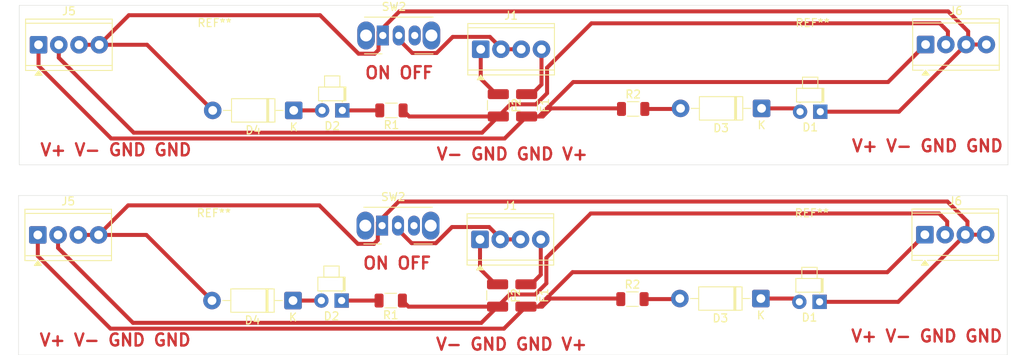
<source format=kicad_pcb>
(kicad_pcb (version 20241229) (generator "pcbnew") (generator_version "9.0")
  (layers (0 "F.Cu" signal) (2 "B.Cu" signal) (13 "F.Paste" user) (15 "B.Paste" user) (5 "F.SilkS" user "F.Silkscreen") (7 "B.SilkS" user "B.Silkscreen") (1 "F.Mask" user) (3 "B.Mask" user) (25 "Edge.Cuts" user))
  (net 0 "")
  (net 1 "-BATT")
  (net 2 "+BATT")
  (net 3 "GND")
  (net 4 "Net-(J1-Pin_4)")
  (net 5 "Net-(D1-A)")
  (net 6 "Net-(D2-A)")
  (net 7 "Net-(D2-K)")
  (net 8 "Net-(J1-Pin_1)")
  (net 9 "Net-(J1-Pin_2)")
  (net 10 "Net-(D3-A)")
  (footprint "TerminalBlock_Phoenix:TerminalBlock_Phoenix_MPT-0,5-4-2.54_1x04_P2.54mm_Horizontal" (layer "F.Cu") (at 201.761 121.5615)
    (property "Reference" "J6" (at 3.81 -4.22 0) (layer "F.SilkS"))
    (property "Value" "Screw_Terminal_01x04")
    (fp_line (start -1.62 -3.22) (end 9.24 -3.22) (stroke (width 0.12)) (layer "F.SilkS"))
    (fp_line (start -1.62 -2.7) (end 9.24 -2.7) (stroke (width 0.12)) (layer "F.SilkS"))
    (fp_line (start -1.62 2.6) (end 9.24 2.6) (stroke (width 0.12)) (layer "F.SilkS"))
    (fp_line (start -1.62 3.22) (end -1.62 -3.22) (stroke (width 0.12)) (layer "F.SilkS"))
    (fp_line (start -0.3 3.22) (end -1.62 3.22) (stroke (width 0.12)) (layer "F.SilkS"))
    (fp_line (start 9.24 -3.22) (end 9.24 3.22) (stroke (width 0.12)) (layer "F.SilkS"))
    (fp_line (start 9.24 3.22) (end 0.3 3.22) (stroke (width 0.12)) (layer "F.SilkS"))
    (fp_poly (pts (xy 0 3.22) (xy 0.44 3.83) (xy -0.44 3.83)) (stroke (width 0.12)) (fill yes) (layer "F.SilkS"))
    (pad "1" thru_hole roundrect (at 0 0) (size 2.2 2.2) (drill 1.1) (layers "*.Cu" "*.Mask") (roundrect_rratio 0.113636) (net 2 "+BATT"))
    (pad "2" thru_hole circle (at 2.54 0) (size 2.2 2.2) (drill 1.1) (layers "*.Cu" "*.Mask") (net 1 "-BATT"))
    (pad "3" thru_hole circle (at 5.08 0) (size 2.2 2.2) (drill 1.1) (layers "*.Cu" "*.Mask") (net 3 "GND"))
    (pad "4" thru_hole circle (at 7.62 0) (size 2.2 2.2) (drill 1.1) (layers "*.Cu" "*.Mask") (net 3 "GND"))
  )
  (footprint "LED_THT:LED_D1.8mm_W1.8mm_H2.4mm_Horizontal_O1.27mm_Z1.6mm" (layer "F.Cu") (at 128.614 129.822 180)
    (property "Reference" "D2" (at 1.27 -1.96 0) (layer "F.SilkS"))
    (property "Value" "LED")
    (fp_line (start 2.98 2.93) (end 2.98 1.21) (stroke (width 0.12)) (layer "F.SilkS"))
    (fp_line (start 2.98 1.21) (end -0.44 1.21) (stroke (width 0.12)) (layer "F.SilkS"))
    (fp_line (start 2.54 1.21) (end 2.54 1.08) (stroke (width 0.12)) (layer "F.SilkS"))
    (fp_line (start 2.54 1.08) (end 2.54 1.21) (stroke (width 0.12)) (layer "F.SilkS"))
    (fp_line (start 2.23 4.33) (end 2.23 2.93) (stroke (width 0.12)) (layer "F.SilkS"))
    (fp_line (start 2.23 2.93) (end 0.31 2.93) (stroke (width 0.12)) (layer "F.SilkS"))
    (fp_line (start 0.31 4.33) (end 2.23 4.33) (stroke (width 0.12)) (layer "F.SilkS"))
    (fp_line (start 0.31 2.93) (end 0.31 4.33) (stroke (width 0.12)) (layer "F.SilkS"))
    (fp_line (start 0 1.21) (end 0 1.08) (stroke (width 0.12)) (layer "F.SilkS"))
    (fp_line (start 0 1.08) (end 0 1.21) (stroke (width 0.12)) (layer "F.SilkS"))
    (fp_line (start -0.2 1.21) (end -0.2 2.93) (stroke (width 0.12)) (layer "F.SilkS"))
    (fp_line (start -0.32 1.21) (end -0.32 2.93) (stroke (width 0.12)) (layer "F.SilkS"))
    (fp_line (start -0.44 2.93) (end 2.98 2.93) (stroke (width 0.12)) (layer "F.SilkS"))
    (fp_line (start -0.44 1.21) (end -0.44 2.93) (stroke (width 0.12)) (layer "F.SilkS"))
    (pad "1" thru_hole rect (at 0 0 180) (size 1.8 1.8) (drill 0.9) (layers "*.Cu" "*.Mask") (net 7 "Net-(D2-K)"))
    (pad "2" thru_hole circle (at 2.54 0 180) (size 1.8 1.8) (drill 0.9) (layers "*.Cu" "*.Mask") (net 6 "Net-(D2-A)"))
  )
  (footprint "TerminalBlock_Phoenix:TerminalBlock_Phoenix_MPT-0,5-4-2.54_1x04_P2.54mm_Horizontal" (layer "F.Cu") (at 90.424 145.4404)
    (property "Reference" "J5" (at 3.81 -4.22 0) (layer "F.SilkS"))
    (property "Value" "Screw_Terminal_01x04")
    (fp_line (start -1.62 -3.22) (end 9.24 -3.22) (stroke (width 0.12)) (layer "F.SilkS"))
    (fp_line (start -1.62 -2.7) (end 9.24 -2.7) (stroke (width 0.12)) (layer "F.SilkS"))
    (fp_line (start -1.62 2.6) (end 9.24 2.6) (stroke (width 0.12)) (layer "F.SilkS"))
    (fp_line (start -1.62 3.22) (end -1.62 -3.22) (stroke (width 0.12)) (layer "F.SilkS"))
    (fp_line (start -0.3 3.22) (end -1.62 3.22) (stroke (width 0.12)) (layer "F.SilkS"))
    (fp_line (start 9.24 -3.22) (end 9.24 3.22) (stroke (width 0.12)) (layer "F.SilkS"))
    (fp_line (start 9.24 3.22) (end 0.3 3.22) (stroke (width 0.12)) (layer "F.SilkS"))
    (fp_poly (pts (xy 0 3.22) (xy 0.44 3.83) (xy -0.44 3.83)) (stroke (width 0.12)) (fill yes) (layer "F.SilkS"))
    (pad "1" thru_hole roundrect (at 0 0) (size 2.2 2.2) (drill 1.1) (layers "*.Cu" "*.Mask") (roundrect_rratio 0.113636) (net 2 "+BATT"))
    (pad "2" thru_hole circle (at 2.54 0) (size 2.2 2.2) (drill 1.1) (layers "*.Cu" "*.Mask") (net 1 "-BATT"))
    (pad "3" thru_hole circle (at 5.08 0) (size 2.2 2.2) (drill 1.1) (layers "*.Cu" "*.Mask") (net 3 "GND"))
    (pad "4" thru_hole circle (at 7.62 0) (size 2.2 2.2) (drill 1.1) (layers "*.Cu" "*.Mask") (net 3 "GND"))
  )
  (footprint "MountingHole:MountingHole_2.7mm_M2.5_DIN965" (layer "F.Cu") (at 187.5 146)
    (property "Reference" "REF**" (at 0 -3.3 0) (layer "F.SilkS"))
    (property "Value" "MountingHole_2.7mm_M2.5_DIN965")
    (pad "" np_thru_hole circle (at 0 0) (size 2.7 2.7) (drill 2.7) (layers "*.Cu" "*.Mask"))
  )
  (footprint "Fuse:Fuse_1210_3225Metric" (layer "F.Cu") (at 148.082 153.032 -90)
    (property "Reference" "F2" (at 0 -2.28 90) (layer "F.SilkS"))
    (property "Value" "Fuse")
    (fp_line (start -0.602064 1.36) (end 0.602064 1.36) (stroke (width 0.12)) (layer "F.SilkS"))
    (fp_line (start -0.602064 -1.36) (end 0.602064 -1.36) (stroke (width 0.12)) (layer "F.SilkS"))
    (pad "1" smd roundrect (at -1.4 0 270) (size 1.25 2.65) (layers "F.Cu" "F.Mask" "F.Paste") (roundrect_rratio 0.2) (net 8 "Net-(J1-Pin_1)"))
    (pad "2" smd roundrect (at 1.4 0 270) (size 1.25 2.65) (layers "F.Cu" "F.Mask" "F.Paste") (roundrect_rratio 0.2) (net 1 "-BATT"))
  )
  (footprint "LED_THT:LED_D1.8mm_W1.8mm_H2.4mm_Horizontal_O1.27mm_Z1.6mm" (layer "F.Cu") (at 188.468 153.831 180)
    (property "Reference" "D1" (at 1.27 -1.96 0) (layer "F.SilkS"))
    (property "Value" "LED")
    (fp_line (start 2.98 2.93) (end 2.98 1.21) (stroke (width 0.12)) (layer "F.SilkS"))
    (fp_line (start 2.98 1.21) (end -0.44 1.21) (stroke (width 0.12)) (layer "F.SilkS"))
    (fp_line (start 2.54 1.21) (end 2.54 1.08) (stroke (width 0.12)) (layer "F.SilkS"))
    (fp_line (start 2.54 1.08) (end 2.54 1.21) (stroke (width 0.12)) (layer "F.SilkS"))
    (fp_line (start 2.23 4.33) (end 2.23 2.93) (stroke (width 0.12)) (layer "F.SilkS"))
    (fp_line (start 2.23 2.93) (end 0.31 2.93) (stroke (width 0.12)) (layer "F.SilkS"))
    (fp_line (start 0.31 4.33) (end 2.23 4.33) (stroke (width 0.12)) (layer "F.SilkS"))
    (fp_line (start 0.31 2.93) (end 0.31 4.33) (stroke (width 0.12)) (layer "F.SilkS"))
    (fp_line (start 0 1.21) (end 0 1.08) (stroke (width 0.12)) (layer "F.SilkS"))
    (fp_line (start 0 1.08) (end 0 1.21) (stroke (width 0.12)) (layer "F.SilkS"))
    (fp_line (start -0.2 1.21) (end -0.2 2.93) (stroke (width 0.12)) (layer "F.SilkS"))
    (fp_line (start -0.32 1.21) (end -0.32 2.93) (stroke (width 0.12)) (layer "F.SilkS"))
    (fp_line (start -0.44 2.93) (end 2.98 2.93) (stroke (width 0.12)) (layer "F.SilkS"))
    (fp_line (start -0.44 1.21) (end -0.44 2.93) (stroke (width 0.12)) (layer "F.SilkS"))
    (pad "1" thru_hole rect (at 0 0 180) (size 1.8 1.8) (drill 0.9) (layers "*.Cu" "*.Mask") (net 3 "GND"))
    (pad "2" thru_hole circle (at 2.54 0 180) (size 1.8 1.8) (drill 0.9) (layers "*.Cu" "*.Mask") (net 5 "Net-(D1-A)"))
  )
  (footprint "Resistor_SMD:R_1206_3216Metric" (layer "F.Cu") (at 165.085901 129.639427)
    (property "Reference" "R2" (at 0 -1.83 0) (layer "F.SilkS"))
    (property "Value" "1k")
    (fp_line (start -0.727064 -0.91) (end 0.727064 -0.91) (stroke (width 0.12)) (layer "F.SilkS"))
    (fp_line (start -0.727064 0.91) (end 0.727064 0.91) (stroke (width 0.12)) (layer "F.SilkS"))
    (pad "1" smd roundrect (at -1.4625 0) (size 1.125 1.75) (layers "F.Cu" "F.Mask" "F.Paste") (roundrect_rratio 0.222222) (net 2 "+BATT"))
    (pad "2" smd roundrect (at 1.4625 0) (size 1.125 1.75) (layers "F.Cu" "F.Mask" "F.Paste") (roundrect_rratio 0.222222) (net 10 "Net-(D3-A)"))
  )
  (footprint "Resistor_SMD:R_1206_3216Metric" (layer "F.Cu") (at 164.995901 153.487427)
    (property "Reference" "R2" (at 0 -1.83 0) (layer "F.SilkS"))
    (property "Value" "1k")
    (fp_line (start -0.727064 -0.91) (end 0.727064 -0.91) (stroke (width 0.12)) (layer "F.SilkS"))
    (fp_line (start -0.727064 0.91) (end 0.727064 0.91) (stroke (width 0.12)) (layer "F.SilkS"))
    (pad "1" smd roundrect (at -1.4625 0) (size 1.125 1.75) (layers "F.Cu" "F.Mask" "F.Paste") (roundrect_rratio 0.222222) (net 2 "+BATT"))
    (pad "2" smd roundrect (at 1.4625 0) (size 1.125 1.75) (layers "F.Cu" "F.Mask" "F.Paste") (roundrect_rratio 0.222222) (net 10 "Net-(D3-A)"))
  )
  (footprint "Resistor_SMD:R_1206_3216Metric" (layer "F.Cu") (at 134.6815 153.67 180)
    (property "Reference" "R1" (at 0 -1.83 0) (layer "F.SilkS"))
    (property "Value" "1k")
    (fp_line (start -0.727064 0.91) (end 0.727064 0.91) (stroke (width 0.12)) (layer "F.SilkS"))
    (fp_line (start -0.727064 -0.91) (end 0.727064 -0.91) (stroke (width 0.12)) (layer "F.SilkS"))
    (pad "1" smd roundrect (at -1.4625 0 180) (size 1.125 1.75) (layers "F.Cu" "F.Mask" "F.Paste") (roundrect_rratio 0.222222) (net 1 "-BATT"))
    (pad "2" smd roundrect (at 1.4625 0 180) (size 1.125 1.75) (layers "F.Cu" "F.Mask" "F.Paste") (roundrect_rratio 0.222222) (net 7 "Net-(D2-K)"))
  )
  (footprint "Diode_THT:D_DO-41_SOD81_P10.16mm_Horizontal" (layer "F.Cu") (at 181.192 129.568 180)
    (property "Reference" "D3" (at 5.08 -2.47 0) (layer "F.SilkS"))
    (property "Value" "1N4001")
    (fp_line (start 8.82 0) (end 7.8 0) (stroke (width 0.12)) (layer "F.SilkS"))
    (fp_line (start 3.38 -1.47) (end 3.38 1.47) (stroke (width 0.12)) (layer "F.SilkS"))
    (fp_line (start 3.26 -1.47) (end 3.26 1.47) (stroke (width 0.12)) (layer "F.SilkS"))
    (fp_line (start 3.14 -1.47) (end 3.14 1.47) (stroke (width 0.12)) (layer "F.SilkS"))
    (fp_line (start 1.34 0) (end 2.36 0) (stroke (width 0.12)) (layer "F.SilkS"))
    (fp_rect (start 2.36 -1.47) (end 7.8 1.47) (stroke (width 0.12)) (fill no) (layer "F.SilkS"))
    (fp_text user "K" (at 0 -2.1 0) (layer "F.SilkS"))
    (pad "1" thru_hole roundrect (at 0 0 180) (size 2.2 2.2) (drill 1.1) (layers "*.Cu" "*.Mask") (roundrect_rratio 0.113636) (net 5 "Net-(D1-A)"))
    (pad "2" thru_hole circle (at 10.16 0 180) (size 2.2 2.2) (drill 1.1) (layers "*.Cu" "*.Mask") (net 10 "Net-(D3-A)"))
  )
  (footprint "Fuse:Fuse_1210_3225Metric" (layer "F.Cu") (at 151.728 129.184 -90)
    (property "Reference" "F1" (at 0 -2.28 90) (layer "F.SilkS"))
    (property "Value" "Fuse")
    (fp_line (start -0.602064 1.36) (end 0.602064 1.36) (stroke (width 0.12)) (layer "F.SilkS"))
    (fp_line (start -0.602064 -1.36) (end 0.602064 -1.36) (stroke (width 0.12)) (layer "F.SilkS"))
    (pad "1" smd roundrect (at -1.4 0 270) (size 1.25 2.65) (layers "F.Cu" "F.Mask" "F.Paste") (roundrect_rratio 0.2) (net 4 "Net-(J1-Pin_4)"))
    (pad "2" smd roundrect (at 1.4 0 270) (size 1.25 2.65) (layers "F.Cu" "F.Mask" "F.Paste") (roundrect_rratio 0.2) (net 2 "+BATT"))
  )
  (footprint "TerminalBlock_Phoenix:TerminalBlock_Phoenix_MPT-0,5-4-2.54_1x04_P2.54mm_Horizontal" (layer "F.Cu") (at 201.671 145.4095)
    (property "Reference" "J6" (at 3.81 -4.22 0) (layer "F.SilkS"))
    (property "Value" "Screw_Terminal_01x04")
    (fp_line (start -1.62 -3.22) (end 9.24 -3.22) (stroke (width 0.12)) (layer "F.SilkS"))
    (fp_line (start -1.62 -2.7) (end 9.24 -2.7) (stroke (width 0.12)) (layer "F.SilkS"))
    (fp_line (start -1.62 2.6) (end 9.24 2.6) (stroke (width 0.12)) (layer "F.SilkS"))
    (fp_line (start -1.62 3.22) (end -1.62 -3.22) (stroke (width 0.12)) (layer "F.SilkS"))
    (fp_line (start -0.3 3.22) (end -1.62 3.22) (stroke (width 0.12)) (layer "F.SilkS"))
    (fp_line (start 9.24 -3.22) (end 9.24 3.22) (stroke (width 0.12)) (layer "F.SilkS"))
    (fp_line (start 9.24 3.22) (end 0.3 3.22) (stroke (width 0.12)) (layer "F.SilkS"))
    (fp_poly (pts (xy 0 3.22) (xy 0.44 3.83) (xy -0.44 3.83)) (stroke (width 0.12)) (fill yes) (layer "F.SilkS"))
    (pad "1" thru_hole roundrect (at 0 0) (size 2.2 2.2) (drill 1.1) (layers "*.Cu" "*.Mask") (roundrect_rratio 0.113636) (net 2 "+BATT"))
    (pad "2" thru_hole circle (at 2.54 0) (size 2.2 2.2) (drill 1.1) (layers "*.Cu" "*.Mask") (net 1 "-BATT"))
    (pad "3" thru_hole circle (at 5.08 0) (size 2.2 2.2) (drill 1.1) (layers "*.Cu" "*.Mask") (net 3 "GND"))
    (pad "4" thru_hole circle (at 7.62 0) (size 2.2 2.2) (drill 1.1) (layers "*.Cu" "*.Mask") (net 3 "GND"))
  )
  (footprint "MountingHole:MountingHole_2.7mm_M2.5_DIN965" (layer "F.Cu") (at 187.59 122.152)
    (property "Reference" "REF**" (at 0 -3.3 0) (layer "F.SilkS"))
    (property "Value" "MountingHole_2.7mm_M2.5_DIN965")
    (pad "" np_thru_hole circle (at 0 0) (size 2.7 2.7) (drill 2.7) (layers "*.Cu" "*.Mask"))
  )
  (footprint "Diode_THT:D_DO-41_SOD81_P10.16mm_Horizontal" (layer "F.Cu") (at 181.102 153.416 180)
    (property "Reference" "D3" (at 5.08 -2.47 0) (layer "F.SilkS"))
    (property "Value" "1N4001")
    (fp_line (start 8.82 0) (end 7.8 0) (stroke (width 0.12)) (layer "F.SilkS"))
    (fp_line (start 3.38 -1.47) (end 3.38 1.47) (stroke (width 0.12)) (layer "F.SilkS"))
    (fp_line (start 3.26 -1.47) (end 3.26 1.47) (stroke (width 0.12)) (layer "F.SilkS"))
    (fp_line (start 3.14 -1.47) (end 3.14 1.47) (stroke (width 0.12)) (layer "F.SilkS"))
    (fp_line (start 1.34 0) (end 2.36 0) (stroke (width 0.12)) (layer "F.SilkS"))
    (fp_rect (start 2.36 -1.47) (end 7.8 1.47) (stroke (width 0.12)) (fill no) (layer "F.SilkS"))
    (fp_text user "K" (at 0 -2.1 0) (layer "F.SilkS"))
    (pad "1" thru_hole roundrect (at 0 0 180) (size 2.2 2.2) (drill 1.1) (layers "*.Cu" "*.Mask") (roundrect_rratio 0.113636) (net 5 "Net-(D1-A)"))
    (pad "2" thru_hole circle (at 10.16 0 180) (size 2.2 2.2) (drill 1.1) (layers "*.Cu" "*.Mask") (net 10 "Net-(D3-A)"))
  )
  (footprint "MountingHole:MountingHole_2.7mm_M2.5_DIN965" (layer "F.Cu") (at 112.59 122.152)
    (property "Reference" "REF**" (at 0 -3.3 0) (layer "F.SilkS"))
    (property "Value" "MountingHole_2.7mm_M2.5_DIN965")
    (pad "" np_thru_hole circle (at 0 0) (size 2.7 2.7) (drill 2.7) (layers "*.Cu" "*.Mask"))
  )
  (footprint "Resistor_SMD:R_1206_3216Metric" (layer "F.Cu") (at 134.7715 129.822 180)
    (property "Reference" "R1" (at 0 -1.83 0) (layer "F.SilkS"))
    (property "Value" "1k")
    (fp_line (start -0.727064 0.91) (end 0.727064 0.91) (stroke (width 0.12)) (layer "F.SilkS"))
    (fp_line (start -0.727064 -0.91) (end 0.727064 -0.91) (stroke (width 0.12)) (layer "F.SilkS"))
    (pad "1" smd roundrect (at -1.4625 0 180) (size 1.125 1.75) (layers "F.Cu" "F.Mask" "F.Paste") (roundrect_rratio 0.222222) (net 1 "-BATT"))
    (pad "2" smd roundrect (at 1.4625 0 180) (size 1.125 1.75) (layers "F.Cu" "F.Mask" "F.Paste") (roundrect_rratio 0.222222) (net 7 "Net-(D2-K)"))
  )
  (footprint "TerminalBlock_Phoenix:TerminalBlock_Phoenix_MPT-0,5-4-2.54_1x04_P2.54mm_Horizontal" (layer "F.Cu") (at 90.514 121.5924)
    (property "Reference" "J5" (at 3.81 -4.22 0) (layer "F.SilkS"))
    (property "Value" "Screw_Terminal_01x04")
    (fp_line (start -1.62 -3.22) (end 9.24 -3.22) (stroke (width 0.12)) (layer "F.SilkS"))
    (fp_line (start -1.62 -2.7) (end 9.24 -2.7) (stroke (width 0.12)) (layer "F.SilkS"))
    (fp_line (start -1.62 2.6) (end 9.24 2.6) (stroke (width 0.12)) (layer "F.SilkS"))
    (fp_line (start -1.62 3.22) (end -1.62 -3.22) (stroke (width 0.12)) (layer "F.SilkS"))
    (fp_line (start -0.3 3.22) (end -1.62 3.22) (stroke (width 0.12)) (layer "F.SilkS"))
    (fp_line (start 9.24 -3.22) (end 9.24 3.22) (stroke (width 0.12)) (layer "F.SilkS"))
    (fp_line (start 9.24 3.22) (end 0.3 3.22) (stroke (width 0.12)) (layer "F.SilkS"))
    (fp_poly (pts (xy 0 3.22) (xy 0.44 3.83) (xy -0.44 3.83)) (stroke (width 0.12)) (fill yes) (layer "F.SilkS"))
    (pad "1" thru_hole roundrect (at 0 0) (size 2.2 2.2) (drill 1.1) (layers "*.Cu" "*.Mask") (roundrect_rratio 0.113636) (net 2 "+BATT"))
    (pad "2" thru_hole circle (at 2.54 0) (size 2.2 2.2) (drill 1.1) (layers "*.Cu" "*.Mask") (net 1 "-BATT"))
    (pad "3" thru_hole circle (at 5.08 0) (size 2.2 2.2) (drill 1.1) (layers "*.Cu" "*.Mask") (net 3 "GND"))
    (pad "4" thru_hole circle (at 7.62 0) (size 2.2 2.2) (drill 1.1) (layers "*.Cu" "*.Mask") (net 3 "GND"))
  )
  (footprint "TerminalBlock_Phoenix:TerminalBlock_Phoenix_MPT-0,5-4-2.54_1x04_P2.54mm_Horizontal" (layer "F.Cu") (at 145.88 146)
    (property "Reference" "J1" (at 3.81 -4.22 0) (layer "F.SilkS"))
    (property "Value" "Screw_Terminal_01x04")
    (fp_line (start -1.62 -3.22) (end 9.24 -3.22) (stroke (width 0.12)) (layer "F.SilkS"))
    (fp_line (start -1.62 -2.7) (end 9.24 -2.7) (stroke (width 0.12)) (layer "F.SilkS"))
    (fp_line (start -1.62 2.6) (end 9.24 2.6) (stroke (width 0.12)) (layer "F.SilkS"))
    (fp_line (start -1.62 3.22) (end -1.62 -3.22) (stroke (width 0.12)) (layer "F.SilkS"))
    (fp_line (start -0.3 3.22) (end -1.62 3.22) (stroke (width 0.12)) (layer "F.SilkS"))
    (fp_line (start 9.24 -3.22) (end 9.24 3.22) (stroke (width 0.12)) (layer "F.SilkS"))
    (fp_line (start 9.24 3.22) (end 0.3 3.22) (stroke (width 0.12)) (layer "F.SilkS"))
    (fp_poly (pts (xy 0 3.22) (xy 0.44 3.83) (xy -0.44 3.83)) (stroke (width 0.12)) (fill yes) (layer "F.SilkS"))
    (pad "1" thru_hole roundrect (at 0 0) (size 2.2 2.2) (drill 1.1) (layers "*.Cu" "*.Mask") (roundrect_rratio 0.113636) (net 8 "Net-(J1-Pin_1)"))
    (pad "2" thru_hole circle (at 2.54 0) (size 2.2 2.2) (drill 1.1) (layers "*.Cu" "*.Mask") (net 9 "Net-(J1-Pin_2)"))
    (pad "3" thru_hole circle (at 5.08 0) (size 2.2 2.2) (drill 1.1) (layers "*.Cu" "*.Mask") (net 9 "Net-(J1-Pin_2)"))
    (pad "4" thru_hole circle (at 7.62 0) (size 2.2 2.2) (drill 1.1) (layers "*.Cu" "*.Mask") (net 4 "Net-(J1-Pin_4)"))
  )
  (footprint "Button_Switch_THT:SW_Slide_SPDT_Angled_CK_OS102011MA1Q" (layer "F.Cu") (at 133.69 120.424)
    (property "Reference" "SW2" (at 1.4 -3.6 0) (layer "F.SilkS"))
    (property "Value" "SW_SPDT_321")
    (fp_line (start -2.3 -2.3) (end 6.3 -2.3) (stroke (width 0.12)) (layer "F.SilkS"))
    (fp_line (start -2.3 2.3) (end -0.1 2.3) (stroke (width 0.12)) (layer "F.SilkS"))
    (fp_line (start 4 2.3) (end 6.3 2.3) (stroke (width 0.12)) (layer "F.SilkS"))
    (pad "" thru_hole oval (at -2.1 0) (size 2.2 3.5) (drill 1.5) (layers "*.Cu" "*.Mask"))
    (pad "" thru_hole oval (at 6.1 0) (size 2.2 3.5) (drill 1.5) (layers "*.Cu" "*.Mask"))
    (pad "1" thru_hole rect (at 0 0) (size 1.5 2.5) (drill 0.9) (layers "*.Cu" "*.Mask") (net 3 "GND"))
    (pad "2" thru_hole oval (at 2 0) (size 1.5 2.5) (drill 0.9) (layers "*.Cu" "*.Mask") (net 9 "Net-(J1-Pin_2)"))
    (pad "3" thru_hole oval (at 4 0) (size 1.5 2.5) (drill 0.9) (layers "*.Cu" "*.Mask"))
  )
  (footprint "MountingHole:MountingHole_2.7mm_M2.5_DIN965" (layer "F.Cu") (at 112.5 146)
    (property "Reference" "REF**" (at 0 -3.3 0) (layer "F.SilkS"))
    (property "Value" "MountingHole_2.7mm_M2.5_DIN965")
    (pad "" np_thru_hole circle (at 0 0) (size 2.7 2.7) (drill 2.7) (layers "*.Cu" "*.Mask"))
  )
  (footprint "Fuse:Fuse_1210_3225Metric" (layer "F.Cu") (at 151.638 153.032 -90)
    (property "Reference" "F1" (at 0 -2.28 90) (layer "F.SilkS"))
    (property "Value" "Fuse")
    (fp_line (start -0.602064 1.36) (end 0.602064 1.36) (stroke (width 0.12)) (layer "F.SilkS"))
    (fp_line (start -0.602064 -1.36) (end 0.602064 -1.36) (stroke (width 0.12)) (layer "F.SilkS"))
    (pad "1" smd roundrect (at -1.4 0 270) (size 1.25 2.65) (layers "F.Cu" "F.Mask" "F.Paste") (roundrect_rratio 0.2) (net 4 "Net-(J1-Pin_4)"))
    (pad "2" smd roundrect (at 1.4 0 270) (size 1.25 2.65) (layers "F.Cu" "F.Mask" "F.Paste") (roundrect_rratio 0.2) (net 2 "+BATT"))
  )
  (footprint "Fuse:Fuse_1210_3225Metric" (layer "F.Cu") (at 148.172 129.184 -90)
    (property "Reference" "F2" (at 0 -2.28 90) (layer "F.SilkS"))
    (property "Value" "Fuse")
    (fp_line (start -0.602064 1.36) (end 0.602064 1.36) (stroke (width 0.12)) (layer "F.SilkS"))
    (fp_line (start -0.602064 -1.36) (end 0.602064 -1.36) (stroke (width 0.12)) (layer "F.SilkS"))
    (pad "1" smd roundrect (at -1.4 0 270) (size 1.25 2.65) (layers "F.Cu" "F.Mask" "F.Paste") (roundrect_rratio 0.2) (net 8 "Net-(J1-Pin_1)"))
    (pad "2" smd roundrect (at 1.4 0 270) (size 1.25 2.65) (layers "F.Cu" "F.Mask" "F.Paste") (roundrect_rratio 0.2) (net 1 "-BATT"))
  )
  (footprint "TerminalBlock_Phoenix:TerminalBlock_Phoenix_MPT-0,5-4-2.54_1x04_P2.54mm_Horizontal" (layer "F.Cu") (at 145.97 122.152)
    (property "Reference" "J1" (at 3.81 -4.22 0) (layer "F.SilkS"))
    (property "Value" "Screw_Terminal_01x04")
    (fp_line (start -1.62 -3.22) (end 9.24 -3.22) (stroke (width 0.12)) (layer "F.SilkS"))
    (fp_line (start -1.62 -2.7) (end 9.24 -2.7) (stroke (width 0.12)) (layer "F.SilkS"))
    (fp_line (start -1.62 2.6) (end 9.24 2.6) (stroke (width 0.12)) (layer "F.SilkS"))
    (fp_line (start -1.62 3.22) (end -1.62 -3.22) (stroke (width 0.12)) (layer "F.SilkS"))
    (fp_line (start -0.3 3.22) (end -1.62 3.22) (stroke (width 0.12)) (layer "F.SilkS"))
    (fp_line (start 9.24 -3.22) (end 9.24 3.22) (stroke (width 0.12)) (layer "F.SilkS"))
    (fp_line (start 9.24 3.22) (end 0.3 3.22) (stroke (width 0.12)) (layer "F.SilkS"))
    (fp_poly (pts (xy 0 3.22) (xy 0.44 3.83) (xy -0.44 3.83)) (stroke (width 0.12)) (fill yes) (layer "F.SilkS"))
    (pad "1" thru_hole roundrect (at 0 0) (size 2.2 2.2) (drill 1.1) (layers "*.Cu" "*.Mask") (roundrect_rratio 0.113636) (net 8 "Net-(J1-Pin_1)"))
    (pad "2" thru_hole circle (at 2.54 0) (size 2.2 2.2) (drill 1.1) (layers "*.Cu" "*.Mask") (net 9 "Net-(J1-Pin_2)"))
    (pad "3" thru_hole circle (at 5.08 0) (size 2.2 2.2) (drill 1.1) (layers "*.Cu" "*.Mask") (net 9 "Net-(J1-Pin_2)"))
    (pad "4" thru_hole circle (at 7.62 0) (size 2.2 2.2) (drill 1.1) (layers "*.Cu" "*.Mask") (net 4 "Net-(J1-Pin_4)"))
  )
  (footprint "LED_THT:LED_D1.8mm_W1.8mm_H2.4mm_Horizontal_O1.27mm_Z1.6mm" (layer "F.Cu") (at 128.524 153.67 180)
    (property "Reference" "D2" (at 1.27 -1.96 0) (layer "F.SilkS"))
    (property "Value" "LED")
    (fp_line (start 2.98 2.93) (end 2.98 1.21) (stroke (width 0.12)) (layer "F.SilkS"))
    (fp_line (start 2.98 1.21) (end -0.44 1.21) (stroke (width 0.12)) (layer "F.SilkS"))
    (fp_line (start 2.54 1.21) (end 2.54 1.08) (stroke (width 0.12)) (layer "F.SilkS"))
    (fp_line (start 2.54 1.08) (end 2.54 1.21) (stroke (width 0.12)) (layer "F.SilkS"))
    (fp_line (start 2.23 4.33) (end 2.23 2.93) (stroke (width 0.12)) (layer "F.SilkS"))
    (fp_line (start 2.23 2.93) (end 0.31 2.93) (stroke (width 0.12)) (layer "F.SilkS"))
    (fp_line (start 0.31 4.33) (end 2.23 4.33) (stroke (width 0.12)) (layer "F.SilkS"))
    (fp_line (start 0.31 2.93) (end 0.31 4.33) (stroke (width 0.12)) (layer "F.SilkS"))
    (fp_line (start 0 1.21) (end 0 1.08) (stroke (width 0.12)) (layer "F.SilkS"))
    (fp_line (start 0 1.08) (end 0 1.21) (stroke (width 0.12)) (layer "F.SilkS"))
    (fp_line (start -0.2 1.21) (end -0.2 2.93) (stroke (width 0.12)) (layer "F.SilkS"))
    (fp_line (start -0.32 1.21) (end -0.32 2.93) (stroke (width 0.12)) (layer "F.SilkS"))
    (fp_line (start -0.44 2.93) (end 2.98 2.93) (stroke (width 0.12)) (layer "F.SilkS"))
    (fp_line (start -0.44 1.21) (end -0.44 2.93) (stroke (width 0.12)) (layer "F.SilkS"))
    (pad "1" thru_hole rect (at 0 0 180) (size 1.8 1.8) (drill 0.9) (layers "*.Cu" "*.Mask") (net 7 "Net-(D2-K)"))
    (pad "2" thru_hole circle (at 2.54 0 180) (size 1.8 1.8) (drill 0.9) (layers "*.Cu" "*.Mask") (net 6 "Net-(D2-A)"))
  )
  (footprint "Diode_THT:D_DO-41_SOD81_P10.16mm_Horizontal" (layer "F.Cu") (at 122.518 129.822 180)
    (property "Reference" "D4" (at 5.08 -2.47 0) (layer "F.SilkS"))
    (property "Value" "1N4001")
    (fp_line (start 8.82 0) (end 7.8 0) (stroke (width 0.12)) (layer "F.SilkS"))
    (fp_line (start 3.38 -1.47) (end 3.38 1.47) (stroke (width 0.12)) (layer "F.SilkS"))
    (fp_line (start 3.26 -1.47) (end 3.26 1.47) (stroke (width 0.12)) (layer "F.SilkS"))
    (fp_line (start 3.14 -1.47) (end 3.14 1.47) (stroke (width 0.12)) (layer "F.SilkS"))
    (fp_line (start 1.34 0) (end 2.36 0) (stroke (width 0.12)) (layer "F.SilkS"))
    (fp_rect (start 2.36 -1.47) (end 7.8 1.47) (stroke (width 0.12)) (fill no) (layer "F.SilkS"))
    (fp_text user "K" (at 0 -2.1 0) (layer "F.SilkS"))
    (pad "1" thru_hole roundrect (at 0 0 180) (size 2.2 2.2) (drill 1.1) (layers "*.Cu" "*.Mask") (roundrect_rratio 0.113636) (net 6 "Net-(D2-A)"))
    (pad "2" thru_hole circle (at 10.16 0 180) (size 2.2 2.2) (drill 1.1) (layers "*.Cu" "*.Mask") (net 3 "GND"))
  )
  (footprint "LED_THT:LED_D1.8mm_W1.8mm_H2.4mm_Horizontal_O1.27mm_Z1.6mm" (layer "F.Cu") (at 188.558 129.983 180)
    (property "Reference" "D1" (at 1.27 -1.96 0) (layer "F.SilkS"))
    (property "Value" "LED")
    (fp_line (start 2.98 2.93) (end 2.98 1.21) (stroke (width 0.12)) (layer "F.SilkS"))
    (fp_line (start 2.98 1.21) (end -0.44 1.21) (stroke (width 0.12)) (layer "F.SilkS"))
    (fp_line (start 2.54 1.21) (end 2.54 1.08) (stroke (width 0.12)) (layer "F.SilkS"))
    (fp_line (start 2.54 1.08) (end 2.54 1.21) (stroke (width 0.12)) (layer "F.SilkS"))
    (fp_line (start 2.23 4.33) (end 2.23 2.93) (stroke (width 0.12)) (layer "F.SilkS"))
    (fp_line (start 2.23 2.93) (end 0.31 2.93) (stroke (width 0.12)) (layer "F.SilkS"))
    (fp_line (start 0.31 4.33) (end 2.23 4.33) (stroke (width 0.12)) (layer "F.SilkS"))
    (fp_line (start 0.31 2.93) (end 0.31 4.33) (stroke (width 0.12)) (layer "F.SilkS"))
    (fp_line (start 0 1.21) (end 0 1.08) (stroke (width 0.12)) (layer "F.SilkS"))
    (fp_line (start 0 1.08) (end 0 1.21) (stroke (width 0.12)) (layer "F.SilkS"))
    (fp_line (start -0.2 1.21) (end -0.2 2.93) (stroke (width 0.12)) (layer "F.SilkS"))
    (fp_line (start -0.32 1.21) (end -0.32 2.93) (stroke (width 0.12)) (layer "F.SilkS"))
    (fp_line (start -0.44 2.93) (end 2.98 2.93) (stroke (width 0.12)) (layer "F.SilkS"))
    (fp_line (start -0.44 1.21) (end -0.44 2.93) (stroke (width 0.12)) (layer "F.SilkS"))
    (pad "1" thru_hole rect (at 0 0 180) (size 1.8 1.8) (drill 0.9) (layers "*.Cu" "*.Mask") (net 3 "GND"))
    (pad "2" thru_hole circle (at 2.54 0 180) (size 1.8 1.8) (drill 0.9) (layers "*.Cu" "*.Mask") (net 5 "Net-(D1-A)"))
  )
  (footprint "Diode_THT:D_DO-41_SOD81_P10.16mm_Horizontal" (layer "F.Cu") (at 122.428 153.67 180)
    (property "Reference" "D4" (at 5.08 -2.47 0) (layer "F.SilkS"))
    (property "Value" "1N4001")
    (fp_line (start 8.82 0) (end 7.8 0) (stroke (width 0.12)) (layer "F.SilkS"))
    (fp_line (start 3.38 -1.47) (end 3.38 1.47) (stroke (width 0.12)) (layer "F.SilkS"))
    (fp_line (start 3.26 -1.47) (end 3.26 1.47) (stroke (width 0.12)) (layer "F.SilkS"))
    (fp_line (start 3.14 -1.47) (end 3.14 1.47) (stroke (width 0.12)) (layer "F.SilkS"))
    (fp_line (start 1.34 0) (end 2.36 0) (stroke (width 0.12)) (layer "F.SilkS"))
    (fp_rect (start 2.36 -1.47) (end 7.8 1.47) (stroke (width 0.12)) (fill no) (layer "F.SilkS"))
    (fp_text user "K" (at 0 -2.1 0) (layer "F.SilkS"))
    (pad "1" thru_hole roundrect (at 0 0 180) (size 2.2 2.2) (drill 1.1) (layers "*.Cu" "*.Mask") (roundrect_rratio 0.113636) (net 6 "Net-(D2-A)"))
    (pad "2" thru_hole circle (at 10.16 0 180) (size 2.2 2.2) (drill 1.1) (layers "*.Cu" "*.Mask") (net 3 "GND"))
  )
  (footprint "Button_Switch_THT:SW_Slide_SPDT_Angled_CK_OS102011MA1Q" (layer "F.Cu") (at 133.6 144.272)
    (property "Reference" "SW2" (at 1.4 -3.6 0) (layer "F.SilkS"))
    (property "Value" "SW_SPDT_321")
    (fp_line (start -2.3 -2.3) (end 6.3 -2.3) (stroke (width 0.12)) (layer "F.SilkS"))
    (fp_line (start -2.3 2.3) (end -0.1 2.3) (stroke (width 0.12)) (layer "F.SilkS"))
    (fp_line (start 4 2.3) (end 6.3 2.3) (stroke (width 0.12)) (layer "F.SilkS"))
    (pad "" thru_hole oval (at -2.1 0) (size 2.2 3.5) (drill 1.5) (layers "*.Cu" "*.Mask"))
    (pad "" thru_hole oval (at 6.1 0) (size 2.2 3.5) (drill 1.5) (layers "*.Cu" "*.Mask"))
    (pad "1" thru_hole rect (at 0 0) (size 1.5 2.5) (drill 0.9) (layers "*.Cu" "*.Mask") (net 3 "GND"))
    (pad "2" thru_hole oval (at 2 0) (size 1.5 2.5) (drill 0.9) (layers "*.Cu" "*.Mask") (net 9 "Net-(J1-Pin_2)"))
    (pad "3" thru_hole oval (at 4 0) (size 1.5 2.5) (drill 0.9) (layers "*.Cu" "*.Mask"))
  )
  (gr_line (start 212 160.5) (end 88 160.5) (stroke (width 0.05)) (layer "Edge.Cuts"))
  (gr_line (start 212.09 136.652) (end 88.09 136.652) (stroke (width 0.05)) (layer "Edge.Cuts"))
  (gr_line (start 88 140.5) (end 212 140.5) (stroke (width 0.05)) (layer "Edge.Cuts"))
  (gr_line (start 88 160.5) (end 88 140.5) (stroke (width 0.05)) (layer "Edge.Cuts"))
  (gr_line (start 88.09 136.652) (end 88.09 116.652) (stroke (width 0.05)) (layer "Edge.Cuts"))
  (gr_line (start 212 140.5) (end 212 160.5) (stroke (width 0.05)) (layer "Edge.Cuts"))
  (gr_line (start 212.09 116.652) (end 212.09 136.652) (stroke (width 0.05)) (layer "Edge.Cuts"))
  (gr_line (start 88.09 116.652) (end 212.09 116.652) (stroke (width 0.05)) (layer "Edge.Cuts"))
  (gr_text "ON OFF\n" (at 131.318 125.984 0) (layer "F.Cu") (effects (font (size 1.5 1.5) (thickness 0.3) (bold yes)) (justify left bottom)))
  (gr_text "V- GND GND V+\n" (at 140.208 160.02 0) (layer "F.Cu") (effects (font (size 1.5 1.5) (thickness 0.3) (bold yes)) (justify left bottom)))
  (gr_text "V+ V- GND GND" (at 192.368 135.152 0) (layer "F.Cu") (effects (font (size 1.5 1.5) (thickness 0.3) (bold yes)) (justify left bottom)))
  (gr_text "ON OFF\n" (at 131.064 149.86 0) (layer "F.Cu") (effects (font (size 1.5 1.5) (thickness 0.3) (bold yes)) (justify left bottom)))
  (gr_text "V+ V- GND GND" (at 192.278 159 0) (layer "F.Cu") (effects (font (size 1.5 1.5) (thickness 0.3) (bold yes)) (justify left bottom)))
  (gr_text "V- GND GND V+\n" (at 140.298 136.172 0) (layer "F.Cu") (effects (font (size 1.5 1.5) (thickness 0.3) (bold yes)) (justify left bottom)))
  (gr_text "V+ V- GND GND\n" (at 90.59 135.652 0) (layer "F.Cu") (effects (font (size 1.5 1.5) (thickness 0.3) (bold yes)) (justify left bottom)))
  (gr_text "V+ V- GND GND\n" (at 90.5 159.5 0) (layer "F.Cu") (effects (font (size 1.5 1.5) (thickness 0.3) (bold yes)) (justify left bottom)))
  (segment (start 204.56 119.916) (end 204.56 121.3025) (width 0.5) (layer "F.Cu") (net 1))
  (segment (start 146.14 132.616) (end 102.452 132.616) (width 0.5) (layer "F.Cu") (net 1))
  (segment (start 203.454 142.748) (end 204.47 143.764) (width 0.5) (layer "F.Cu") (net 1))
  (segment (start 154.291 124.465) (end 159.856 118.9) (width 0.5) (layer "F.Cu") (net 1))
  (segment (start 148.082 154.432) (end 146.05 156.464) (width 0.5) (layer "F.Cu") (net 1))
  (segment (start 146.05 156.464) (end 102.362 156.464) (width 0.5) (layer "F.Cu") (net 1))
  (segment (start 152.810292 152.908) (end 154.201 151.517292) (width 0.5) (layer "F.Cu") (net 1))
  (segment (start 154.201 148.313) (end 159.766 142.748) (width 0.5) (layer "F.Cu") (net 1))
  (segment (start 159.856 118.9) (end 203.544 118.9) (width 0.5) (layer "F.Cu") (net 1))
  (segment (start 136.234 129.822) (end 136.996 130.584) (width 0.5) (layer "F.Cu") (net 1))
  (segment (start 203.544 118.9) (end 204.56 119.916) (width 0.5) (layer "F.Cu") (net 1))
  (segment (start 148.082 154.432) (end 149.606 152.908) (width 0.5) (layer "F.Cu") (net 1))
  (segment (start 204.47 143.764) (end 204.47 145.1505) (width 0.5) (layer "F.Cu") (net 1))
  (segment (start 154.291 127.669292) (end 154.291 124.465) (width 0.5) (layer "F.Cu") (net 1))
  (segment (start 152.900292 129.06) (end 154.291 127.669292) (width 0.5) (layer "F.Cu") (net 1))
  (segment (start 102.362 156.464) (end 92.964 147.066) (width 0.5) (layer "F.Cu") (net 1))
  (segment (start 159.766 142.748) (end 203.454 142.748) (width 0.5) (layer "F.Cu") (net 1))
  (segment (start 136.906 154.432) (end 148.082 154.432) (width 0.5) (layer "F.Cu") (net 1))
  (segment (start 149.696 129.06) (end 152.900292 129.06) (width 0.5) (layer "F.Cu") (net 1))
  (segment (start 136.144 153.67) (end 136.906 154.432) (width 0.5) (layer "F.Cu") (net 1))
  (segment (start 148.172 130.584) (end 149.696 129.06) (width 0.5) (layer "F.Cu") (net 1))
  (segment (start 204.47 145.1505) (end 204.211 145.4095) (width 0.5) (layer "F.Cu") (net 1))
  (segment (start 148.172 130.584) (end 146.14 132.616) (width 0.5) (layer "F.Cu") (net 1))
  (segment (start 92.964 147.066) (end 92.964 145.4404) (width 0.5) (layer "F.Cu") (net 1))
  (segment (start 154.201 151.517292) (end 154.201 148.313) (width 0.5) (layer "F.Cu") (net 1))
  (segment (start 136.996 130.584) (end 148.172 130.584) (width 0.5) (layer "F.Cu") (net 1))
  (segment (start 93.054 123.218) (end 93.054 121.5924) (width 0.5) (layer "F.Cu") (net 1))
  (segment (start 204.56 121.3025) (end 204.301 121.5615) (width 0.5) (layer "F.Cu") (net 1))
  (segment (start 102.452 132.616) (end 93.054 123.218) (width 0.5) (layer "F.Cu") (net 1))
  (segment (start 149.606 152.908) (end 152.810292 152.908) (width 0.5) (layer "F.Cu") (net 1))
  (segment (start 153.162 154.432) (end 157.48 150.114) (width 0.5) (layer "F.Cu") (net 2))
  (segment (start 163.551974 129.568) (end 163.623401 129.639427) (width 0.5) (layer "F.Cu") (net 2))
  (segment (start 148.877697 157.192303) (end 99.534303 157.192303) (width 0.5) (layer "F.Cu") (net 2))
  (segment (start 90.514 124.234) (end 90.514 121.5924) (width 0.5) (layer "F.Cu") (net 2))
  (segment (start 163.461974 153.416) (end 163.533401 153.487427) (width 0.5) (layer "F.Cu") (net 2))
  (segment (start 151.638 154.432) (end 148.877697 157.192303) (width 0.5) (layer "F.Cu") (net 2))
  (segment (start 148.967697 133.344303) (end 99.624303 133.344303) (width 0.5) (layer "F.Cu") (net 2))
  (segment (start 99.624303 133.344303) (end 90.514 124.234) (width 0.5) (layer "F.Cu") (net 2))
  (segment (start 196.9665 150.114) (end 201.671 145.4095) (width 0.5) (layer "F.Cu") (net 2))
  (segment (start 153.162 154.432) (end 153.67 154.432) (width 0.5) (layer "F.Cu") (net 2))
  (segment (start 157.48 150.114) (end 196.9665 150.114) (width 0.5) (layer "F.Cu") (net 2))
  (segment (start 154.686 153.416) (end 163.461974 153.416) (width 0.5) (layer "F.Cu") (net 2))
  (segment (start 90.424 148.082) (end 90.424 145.4404) (width 0.5) (layer "F.Cu") (net 2))
  (segment (start 153.76 130.584) (end 154.776 129.568) (width 0.5) (layer "F.Cu") (net 2))
  (segment (start 153.252 130.584) (end 157.57 126.266) (width 0.5) (layer "F.Cu") (net 2))
  (segment (start 197.0565 126.266) (end 201.761 121.5615) (width 0.5) (layer "F.Cu") (net 2))
  (segment (start 151.638 154.432) (end 153.162 154.432) (width 0.5) (layer "F.Cu") (net 2))
  (segment (start 99.534303 157.192303) (end 90.424 148.082) (width 0.5) (layer "F.Cu") (net 2))
  (segment (start 153.252 130.584) (end 153.76 130.584) (width 0.5) (layer "F.Cu") (net 2))
  (segment (start 153.67 154.432) (end 154.686 153.416) (width 0.5) (layer "F.Cu") (net 2))
  (segment (start 151.728 130.584) (end 148.967697 133.344303) (width 0.5) (layer "F.Cu") (net 2))
  (segment (start 157.57 126.266) (end 197.0565 126.266) (width 0.5) (layer "F.Cu") (net 2))
  (segment (start 154.776 129.568) (end 163.551974 129.568) (width 0.5) (layer "F.Cu") (net 2))
  (segment (start 151.728 130.584) (end 153.252 130.584) (width 0.5) (layer "F.Cu") (net 2))
  (segment (start 206.841 121.5615) (end 198.4195 129.983) (width 0.5) (layer "F.Cu") (net 3))
  (segment (start 204.587 117.403) (end 207.1 119.916) (width 0.5) (layer "F.Cu") (net 3))
  (segment (start 133.064 146.082) (end 133.064 143.872) (width 0.5) (layer "F.Cu") (net 3))
  (segment (start 206.751 145.4095) (end 209.291 145.4095) (width 0.5) (layer "F.Cu") (net 3))
  (segment (start 207.1 121.3025) (end 206.841 121.5615) (width 0.5) (layer "F.Cu") (net 3))
  (segment (start 135.685 141.251) (end 204.497 141.251) (width 0.5) (layer "F.Cu") (net 3))
  (segment (start 133.154 122.234) (end 133.154 120.024) (width 0.5) (layer "F.Cu") (net 3))
  (segment (start 133.154 120.024) (end 135.775 117.403) (width 0.5) (layer "F.Cu") (net 3))
  (segment (start 98.134 121.5924) (end 104.1284 121.5924) (width 0.5) (layer "F.Cu") (net 3))
  (segment (start 104.0384 145.4404) (end 112.268 153.67) (width 0.5) (layer "F.Cu") (net 3))
  (segment (start 98.044 145.4404) (end 104.0384 145.4404) (width 0.5) (layer "F.Cu") (net 3))
  (segment (start 132.588 146.558) (end 133.064 146.082) (width 0.5) (layer "F.Cu") (net 3))
  (segment (start 204.497 141.251) (end 207.01 143.764) (width 0.5) (layer "F.Cu") (net 3))
  (segment (start 101.8424 117.884) (end 125.82 117.884) (width 0.5) (layer "F.Cu") (net 3))
  (segment (start 133.064 143.872) (end 135.685 141.251) (width 0.5) (layer "F.Cu") (net 3))
  (segment (start 130.646 122.71) (end 132.678 122.71) (width 0.5) (layer "F.Cu") (net 3))
  (segment (start 125.73 141.732) (end 130.556 146.558) (width 0.5) (layer "F.Cu") (net 3))
  (segment (start 207.1 119.916) (end 207.1 121.3025) (width 0.5) (layer "F.Cu") (net 3))
  (segment (start 206.841 121.5615) (end 209.381 121.5615) (width 0.5) (layer "F.Cu") (net 3))
  (segment (start 101.7524 141.732) (end 125.73 141.732) (width 0.5) (layer "F.Cu") (net 3))
  (segment (start 104.1284 121.5924) (end 112.358 129.822) (width 0.5) (layer "F.Cu") (net 3))
  (segment (start 135.775 117.403) (end 204.587 117.403) (width 0.5) (layer "F.Cu") (net 3))
  (segment (start 198.4195 129.983) (end 188.558 129.983) (width 0.5) (layer "F.Cu") (net 3))
  (segment (start 98.044 145.4404) (end 101.7524 141.732) (width 0.5) (layer "F.Cu") (net 3))
  (segment (start 98.134 121.5924) (end 95.791 121.5924) (width 0.5) (layer "F.Cu") (net 3))
  (segment (start 206.751 145.4095) (end 198.3295 153.831) (width 0.5) (layer "F.Cu") (net 3))
  (segment (start 132.678 122.71) (end 133.154 122.234) (width 0.5) (layer "F.Cu") (net 3))
  (segment (start 98.134 121.5924) (end 101.8424 117.884) (width 0.5) (layer "F.Cu") (net 3))
  (segment (start 98.044 145.4404) (end 95.701 145.4404) (width 0.5) (layer "F.Cu") (net 3))
  (segment (start 125.82 117.884) (end 130.646 122.71) (width 0.5) (layer "F.Cu") (net 3))
  (segment (start 198.3295 153.831) (end 188.468 153.831) (width 0.5) (layer "F.Cu") (net 3))
  (segment (start 130.556 146.558) (end 132.588 146.558) (width 0.5) (layer "F.Cu") (net 3))
  (segment (start 207.01 143.764) (end 207.01 145.1505) (width 0.5) (layer "F.Cu") (net 3))
  (segment (start 207.01 145.1505) (end 206.751 145.4095) (width 0.5) (layer "F.Cu") (net 3))
  (segment (start 153.5 150.42811) (end 152.29611 151.632) (width 0.5) (layer "F.Cu") (net 4))
  (segment (start 153.5 146) (end 153.5 150.42811) (width 0.5) (layer "F.Cu") (net 4))
  (segment (start 153.59 122.152) (end 153.59 126.58011) (width 0.5) (layer "F.Cu") (net 4))
  (segment (start 152.29611 151.632) (end 151.638 151.632) (width 0.5) (layer "F.Cu") (net 4))
  (segment (start 152.38611 127.784) (end 151.728 127.784) (width 0.5) (layer "F.Cu") (net 4))
  (segment (start 153.59 126.58011) (end 152.38611 127.784) (width 0.5) (layer "F.Cu") (net 4))
  (segment (start 185.513 153.416) (end 185.928 153.831) (width 0.5) (layer "F.Cu") (net 5))
  (segment (start 181.192 129.568) (end 185.603 129.568) (width 0.5) (layer "F.Cu") (net 5))
  (segment (start 181.102 153.416) (end 185.513 153.416) (width 0.5) (layer "F.Cu") (net 5))
  (segment (start 185.603 129.568) (end 186.018 129.983) (width 0.5) (layer "F.Cu") (net 5))
  (segment (start 122.428 153.67) (end 126.238 153.67) (width 0.5) (layer "F.Cu") (net 6))
  (segment (start 122.518 129.822) (end 126.328 129.822) (width 0.5) (layer "F.Cu") (net 6))
  (segment (start 133.219 153.67) (end 128.524 153.67) (width 0.5) (layer "F.Cu") (net 7))
  (segment (start 133.309 129.822) (end 128.614 129.822) (width 0.5) (layer "F.Cu") (net 7))
  (segment (start 145.88 149.69) (end 147.822 151.632) (width 0.5) (layer "F.Cu") (net 8))
  (segment (start 147.912 127.784) (end 148.172 127.784) (width 0.5) (layer "F.Cu") (net 8))
  (segment (start 145.88 146) (end 145.88 149.69) (width 0.5) (layer "F.Cu") (net 8))
  (segment (start 145.97 122.152) (end 145.97 125.842) (width 0.5) (layer "F.Cu") (net 8))
  (segment (start 145.97 125.842) (end 147.912 127.784) (width 0.5) (layer "F.Cu") (net 8))
  (segment (start 147.822 151.632) (end 148.082 151.632) (width 0.5) (layer "F.Cu") (net 8))
  (segment (start 137.391 122.625) (end 135.69 120.924) (width 0.5) (layer "F.Cu") (net 9))
  (segment (start 147.117292 120.601) (end 142.456445 120.601) (width 0.5) (layer "F.Cu") (net 9))
  (segment (start 148.42 145.841708) (end 147.027292 144.449) (width 0.5) (layer "F.Cu") (net 9))
  (segment (start 148.51 121.993708) (end 147.117292 120.601) (width 0.5) (layer "F.Cu") (net 9))
  (segment (start 142.456445 120.601) (end 140.432445 122.625) (width 0.5) (layer "F.Cu") (net 9))
  (segment (start 137.301 146.473) (end 135.6 144.772) (width 0.5) (layer "F.Cu") (net 9))
  (segment (start 147.027292 144.449) (end 142.366445 144.449) (width 0.5) (layer "F.Cu") (net 9))
  (segment (start 148.42 146) (end 148.42 145.841708) (width 0.5) (layer "F.Cu") (net 9))
  (segment (start 142.366445 144.449) (end 140.342445 146.473) (width 0.5) (layer "F.Cu") (net 9))
  (segment (start 135.6 144.772) (end 135.6 144.272) (width 0.5) (layer "F.Cu") (net 9))
  (segment (start 140.432445 122.625) (end 137.391 122.625) (width 0.5) (layer "F.Cu") (net 9))
  (segment (start 148.51 122.152) (end 148.51 121.993708) (width 0.5) (layer "F.Cu") (net 9))
  (segment (start 148.51 122.152) (end 150.349 122.152) (width 0.5) (layer "F.Cu") (net 9))
  (segment (start 140.342445 146.473) (end 137.301 146.473) (width 0.5) (layer "F.Cu") (net 9))
  (segment (start 148.42 146) (end 150.259 146) (width 0.5) (layer "F.Cu") (net 9))
  (segment (start 135.69 120.924) (end 135.69 120.424) (width 0.5) (layer "F.Cu") (net 9))
  (segment (start 166.548401 129.639427) (end 170.866401 129.639427) (width 0.5) (layer "F.Cu") (net 10))
  (segment (start 166.458401 153.487427) (end 170.776401 153.487427) (width 0.5) (layer "F.Cu") (net 10))
)
</source>
